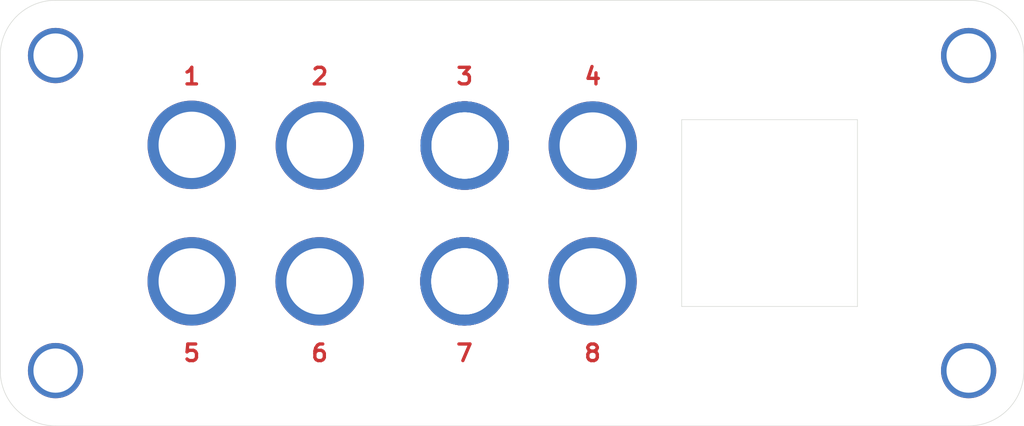
<source format=kicad_pcb>
(kicad_pcb (version 20241229) (generator "pcbnew") (generator_version "9.0")
  (layers (0 "F.Cu" signal) (2 "B.Cu" signal) (13 "F.Paste" user) (15 "B.Paste" user) (5 "F.SilkS" user "F.Silkscreen") (7 "B.SilkS" user "B.Silkscreen") (1 "F.Mask" user) (3 "B.Mask" user) (25 "Edge.Cuts" user))
  (net 0 "")
  (footprint "TestPoint:TestPoint_THTPad_D3.0mm_Drill1.5mm" (layer "F.Cu") (at 216.45 68.425)
    (property "Reference" "REF**" (hide yes))
    (property "Value" "TestPoint_THTPad_D3.0mm_Drill1.5mm" (hide yes))
    (pad "1" thru_hole circle (at 0 0) (size 5 5) (drill 4) (layers "*.Cu" "*.Mask"))
  )
  (footprint "TestPoint:TestPoint_THTPad_D3.0mm_Drill1.5mm" (layer "F.Cu") (at 157.297 84.996)
    (property "Reference" "REF**" (hide yes))
    (property "Value" "TestPoint_THTPad_D3.0mm_Drill1.5mm" (hide yes))
    (pad "1" thru_hole circle (at 0.462 -8.43) (size 8 8) (drill 6) (layers "*.Cu" "*.Mask"))
  )
  (footprint "TestPoint:TestPoint_THTPad_D3.0mm_Drill1.5mm" (layer "F.Cu") (at 157.297 84.996)
    (property "Reference" "REF**" (hide yes))
    (property "Value" "TestPoint_THTPad_D3.0mm_Drill1.5mm" (hide yes))
    (pad "1" thru_hole circle (at 13.565 -8.43) (size 8 8) (drill 6) (layers "*.Cu" "*.Mask"))
  )
  (footprint "TestPoint:TestPoint_THTPad_D3.0mm_Drill1.5mm" (layer "F.Cu") (at 157.297 84.996)
    (property "Reference" "REF**" (hide yes))
    (property "Value" "TestPoint_THTPad_D3.0mm_Drill1.5mm" (hide yes))
    (pad "1" thru_hole circle (at 13.565 -8.43) (size 8 8) (drill 6) (layers "*.Cu" "*.Mask"))
  )
  (footprint "TestPoint:TestPoint_THTPad_D3.0mm_Drill1.5mm" (layer "F.Cu") (at 130.16 69.235)
    (property "Reference" "REF**" (hide yes))
    (property "Value" "TestPoint_THTPad_D3.0mm_Drill1.5mm" (hide yes))
    (pad "1" thru_hole circle (at 3.69 -0.81) (size 5 5) (drill 4) (layers "*.Cu" "*.Mask"))
  )
  (footprint "TestPoint:TestPoint_THTPad_D3.0mm_Drill1.5mm" (layer "F.Cu") (at 145.71 84.935)
    (property "Reference" "REF**" (hide yes))
    (property "Value" "TestPoint_THTPad_D3.0mm_Drill1.5mm" (hide yes))
    (pad "1" thru_hole circle (at 0.462 -8.43) (size 8 8) (drill 6) (layers "*.Cu" "*.Mask"))
  )
  (footprint "TestPoint:TestPoint_THTPad_D3.0mm_Drill1.5mm" (layer "F.Cu") (at 157.043 96.88)
    (property "Reference" "REF**" (hide yes))
    (property "Value" "TestPoint_THTPad_D3.0mm_Drill1.5mm" (hide yes))
    (pad "1" thru_hole circle (at 25.386 -8.027) (size 8 8) (drill 6) (layers "*.Cu" "*.Mask"))
  )
  (footprint "TestPoint:TestPoint_THTPad_D3.0mm_Drill1.5mm" (layer "F.Cu") (at 157.297 84.996)
    (property "Reference" "REF**" (hide yes))
    (property "Value" "TestPoint_THTPad_D3.0mm_Drill1.5mm" (hide yes))
    (pad "1" thru_hole circle (at 25.154 -8.43) (size 8 8) (drill 6) (layers "*.Cu" "*.Mask"))
  )
  (footprint "" (layer "F.Cu") (at 133.85 95.925)
    (property "Reference" "" (at 0 0 0) (layer "F.SilkS") (effects (font (size 1.27 1.27))))
    (property "Value" "" (at 0 0 0) (layer "F.SilkS") (effects (font (size 1.27 1.27))))
    (pad "1" thru_hole circle (at 0 1) (size 5 5) (drill 4) (layers "*.Cu" "*.Mask"))
  )
  (footprint "TestPoint:TestPoint_THTPad_D3.0mm_Drill1.5mm" (layer "F.Cu") (at 157.043 96.88)
    (property "Reference" "REF**" (hide yes))
    (property "Value" "TestPoint_THTPad_D3.0mm_Drill1.5mm" (hide yes))
    (pad "1" thru_hole circle (at 0.694 -8.027) (size 8 8) (drill 6) (layers "*.Cu" "*.Mask"))
  )
  (footprint "TestPoint:TestPoint_THTPad_D3.0mm_Drill1.5mm" (layer "F.Cu") (at 157.043 96.88)
    (property "Reference" "REF**" (hide yes))
    (property "Value" "TestPoint_THTPad_D3.0mm_Drill1.5mm" (hide yes))
    (pad "1" thru_hole circle (at 13.797 -8.027) (size 8 8) (drill 6) (layers "*.Cu" "*.Mask"))
  )
  (footprint "TestPoint:TestPoint_THTPad_D3.0mm_Drill1.5mm" (layer "F.Cu") (at 157.043 96.88)
    (property "Reference" "REF**" (hide yes))
    (property "Value" "TestPoint_THTPad_D3.0mm_Drill1.5mm" (hide yes))
    (pad "1" thru_hole circle (at 13.797 -8.027) (size 8 8) (drill 6) (layers "*.Cu" "*.Mask"))
  )
  (footprint "TestPoint:TestPoint_THTPad_D3.0mm_Drill1.5mm" (layer "F.Cu") (at 145.478 96.88)
    (property "Reference" "REF**" (hide yes))
    (property "Value" "TestPoint_THTPad_D3.0mm_Drill1.5mm" (hide yes))
    (pad "1" thru_hole circle (at 0.694 -8.027) (size 8 8) (drill 6) (layers "*.Cu" "*.Mask"))
  )
  (footprint "TestPoint:TestPoint_THTPad_D3.0mm_Drill1.5mm" (layer "F.Cu") (at 157.297 84.996)
    (property "Reference" "REF**" (hide yes))
    (property "Value" "TestPoint_THTPad_D3.0mm_Drill1.5mm" (hide yes))
    (pad "1" thru_hole circle (at 13.565 -8.43) (size 8 8) (drill 6) (layers "*.Cu" "*.Mask"))
  )
  (footprint "" (layer "F.Cu") (at 218.52 95.465)
    (property "Reference" "" (at 0 0 0) (layer "F.SilkS") (effects (font (size 1.27 1.27))))
    (property "Value" "" (at 0 0 0) (layer "F.SilkS") (effects (font (size 1.27 1.27))))
    (pad "1" thru_hole circle (at -2.07 1.46) (size 5 5) (drill 4) (layers "*.Cu" "*.Mask"))
  )
  (footprint "TestPoint:TestPoint_THTPad_D3.0mm_Drill1.5mm" (layer "F.Cu") (at 157.043 96.88)
    (property "Reference" "REF**" (hide yes))
    (property "Value" "TestPoint_THTPad_D3.0mm_Drill1.5mm" (hide yes))
    (pad "1" thru_hole circle (at 13.797 -8.027) (size 8 8) (drill 6) (layers "*.Cu" "*.Mask"))
  )
  (gr_line (start 206.393 91.125) (end 206.393 74.225) (stroke (width 0.05)) (layer "Edge.Cuts"))
  (gr_line (start 128.85 68.425) (end 128.85 96.925) (stroke (width 0.05)) (layer "Edge.Cuts"))
  (gr_line (start 216.45 63.425) (end 133.85 63.425) (stroke (width 0.05)) (layer "Edge.Cuts"))
  (gr_line (start 133.85 101.925) (end 216.45 101.925) (stroke (width 0.05)) (layer "Edge.Cuts"))
  (gr_arc (start 133.85 101.925) (mid 130.314466 100.460534) (end 128.85 96.925) (stroke (width 0.05)) (layer "Edge.Cuts"))
  (gr_arc (start 216.45 63.425) (mid 219.985534 64.889466) (end 221.45 68.425) (stroke (width 0.05)) (layer "Edge.Cuts"))
  (gr_arc (start 128.85 68.425) (mid 130.314466 64.889466) (end 133.85 63.425) (stroke (width 0.05)) (layer "Edge.Cuts"))
  (gr_arc (start 221.45 96.925) (mid 219.985534 100.460534) (end 216.45 101.925) (stroke (width 0.05)) (layer "Edge.Cuts"))
  (gr_line (start 190.493 74.225) (end 190.493 91.125) (stroke (width 0.05)) (layer "Edge.Cuts"))
  (gr_line (start 190.493 91.125) (end 206.393 91.125) (stroke (width 0.05)) (layer "Edge.Cuts"))
  (gr_line (start 221.45 96.925) (end 221.45 68.425) (stroke (width 0.05)) (layer "Edge.Cuts"))
  (gr_line (start 206.393 74.225) (end 190.493 74.225) (stroke (width 0.05)) (layer "Edge.Cuts"))
  (gr_text "8" (at 182.429 95.34 0) (layer "F.Cu") (effects (font (size 1.5 1.5) (thickness 0.3))))
  (gr_text "4" (at 182.451 70.31 0) (layer "F.Cu") (effects (font (size 1.5 1.5) (thickness 0.3))))
  (gr_text "3" (at 170.86 70.31 0) (layer "F.Cu") (effects (font (size 1.5 1.5) (thickness 0.3))))
  (gr_text "7" (at 170.84 95.34 0) (layer "F.Cu") (effects (font (size 1.5 1.5) (thickness 0.3))))
  (gr_text "1" (at 146.172 70.31 0) (layer "F.Cu") (effects (font (size 1.5 1.5) (thickness 0.3))))
  (gr_text "2" (at 157.759 70.31 0) (layer "F.Cu") (effects (font (size 1.5 1.5) (thickness 0.3))))
  (gr_text "6" (at 157.737 95.34 0) (layer "F.Cu") (effects (font (size 1.5 1.5) (thickness 0.3))))
  (gr_text "5" (at 146.172 95.34 0) (layer "F.Cu") (effects (font (size 1.5 1.5) (thickness 0.3))))
)
</source>
